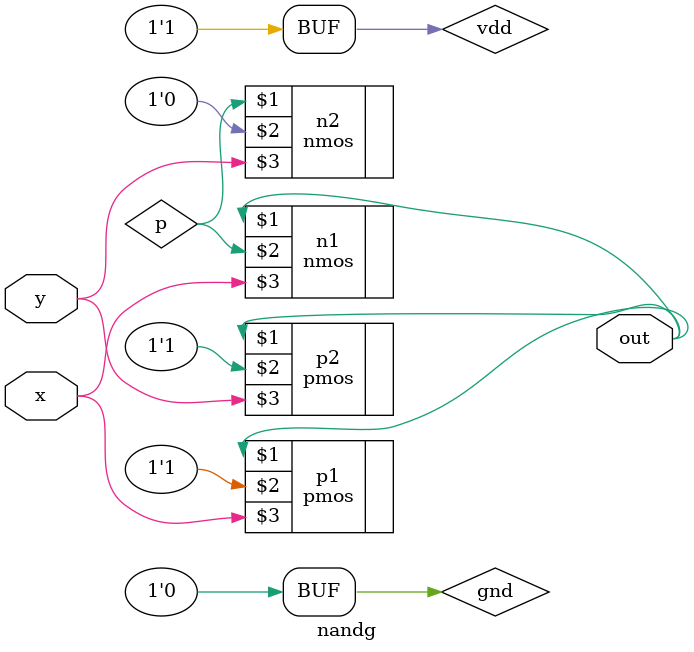
<source format=v>
`timescale 1ns / 1ps

module nandg(out, x, y);
input x, y;
output out;
wire p, vdd, gnd;
assign vdd = 1'b1;
assign gnd = 1'b0;
pmos p1(out, vdd, x);
pmos p2(out, vdd, y);
nmos n1(out, p, x);
nmos n2(p, gnd, y);
endmodule


//module andg(out,x,y);
//input x,y ;
//output out;
//wire p,q,vdd,gnd;
//assign vdd=1'b1;
//assign gnd=1'b0;
//pmos p1(q,vdd,x);
//pmos p2(q,vdd,y);
//pmos p3(out,vdd,q);
//nmos n1(q,p,x);
//nmos n2(p,gnd,y);
//nmos n3(out,gnd,q);
//endmodule
</source>
